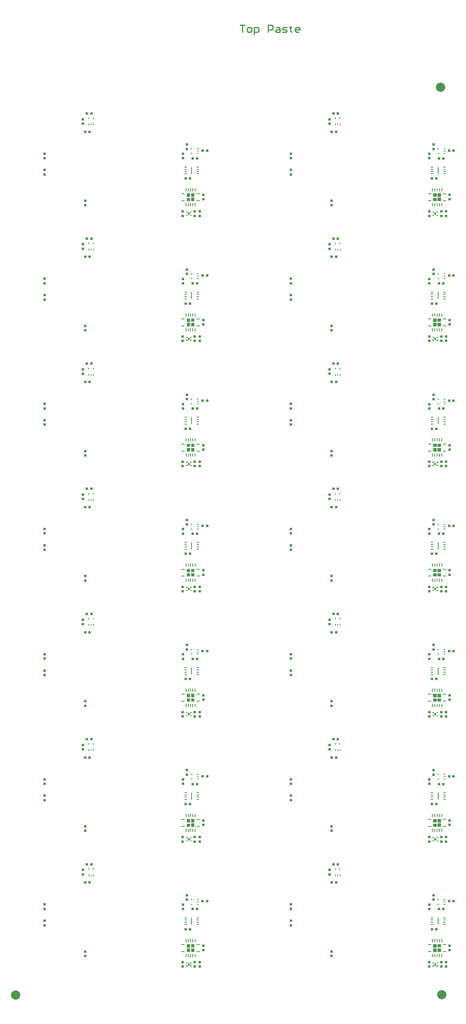
<source format=gtp>
G04 Layer_Color=8421504*
%FSLAX24Y24*%
%MOIN*%
G70*
G01*
G75*
G04:AMPARAMS|DCode=11|XSize=78.7mil|YSize=78.7mil|CornerRadius=39.4mil|HoleSize=0mil|Usage=FLASHONLY|Rotation=90.000|XOffset=0mil|YOffset=0mil|HoleType=Round|Shape=RoundedRectangle|*
%AMROUNDEDRECTD11*
21,1,0.0787,0.0000,0,0,90.0*
21,1,0.0000,0.0787,0,0,90.0*
1,1,0.0787,0.0000,0.0000*
1,1,0.0787,0.0000,0.0000*
1,1,0.0787,0.0000,0.0000*
1,1,0.0787,0.0000,0.0000*
%
%ADD11ROUNDEDRECTD11*%
%ADD12C,0.0100*%
%ADD42P,0.0261X4X180.0*%
%ADD43O,0.0295X0.0090*%
%ADD44O,0.0090X0.0295*%
%ADD45R,0.0197X0.0078*%
%ADD46R,0.0059X0.0610*%
G04:AMPARAMS|DCode=47|XSize=20mil|YSize=22mil|CornerRadius=3.4mil|HoleSize=0mil|Usage=FLASHONLY|Rotation=90.000|XOffset=0mil|YOffset=0mil|HoleType=Round|Shape=RoundedRectangle|*
%AMROUNDEDRECTD47*
21,1,0.0200,0.0152,0,0,90.0*
21,1,0.0132,0.0220,0,0,90.0*
1,1,0.0068,0.0076,0.0066*
1,1,0.0068,0.0076,-0.0066*
1,1,0.0068,-0.0076,-0.0066*
1,1,0.0068,-0.0076,0.0066*
%
%ADD47ROUNDEDRECTD47*%
%ADD48R,0.0098X0.0157*%
G04:AMPARAMS|DCode=49|XSize=20mil|YSize=22mil|CornerRadius=3.4mil|HoleSize=0mil|Usage=FLASHONLY|Rotation=180.000|XOffset=0mil|YOffset=0mil|HoleType=Round|Shape=RoundedRectangle|*
%AMROUNDEDRECTD49*
21,1,0.0200,0.0152,0,0,180.0*
21,1,0.0132,0.0220,0,0,180.0*
1,1,0.0068,-0.0066,0.0076*
1,1,0.0068,0.0066,0.0076*
1,1,0.0068,0.0066,-0.0076*
1,1,0.0068,-0.0066,-0.0076*
%
%ADD49ROUNDEDRECTD49*%
%ADD50R,0.0157X0.0098*%
G36*
X41248Y69296D02*
X40960D01*
Y69579D01*
X41248D01*
Y69296D01*
D02*
G37*
G36*
X20228D02*
X19940D01*
Y69579D01*
X20228D01*
Y69296D01*
D02*
G37*
G36*
X40870Y69292D02*
X40586D01*
Y69579D01*
X40870D01*
Y69292D01*
D02*
G37*
G36*
X19850D02*
X19566D01*
Y69579D01*
X19850D01*
Y69292D01*
D02*
G37*
G36*
X41248Y68918D02*
X40964D01*
Y69205D01*
X41248D01*
Y68918D01*
D02*
G37*
G36*
X40874D02*
X40586D01*
Y69201D01*
X40874D01*
Y68918D01*
D02*
G37*
G36*
X20228D02*
X19944D01*
Y69205D01*
X20228D01*
Y68918D01*
D02*
G37*
G36*
X19854D02*
X19566D01*
Y69201D01*
X19854D01*
Y68918D01*
D02*
G37*
G36*
X40999Y67942D02*
X40907Y67942D01*
X40858Y67991D01*
X40858Y68024D01*
X40999D01*
Y67942D01*
D02*
G37*
G36*
X40672Y67991D02*
X40623Y67942D01*
X40531Y67942D01*
Y68024D01*
X40672D01*
X40672Y67991D01*
D02*
G37*
G36*
X19979Y67942D02*
X19887Y67942D01*
X19838Y67991D01*
X19838Y68024D01*
X19979D01*
Y67942D01*
D02*
G37*
G36*
X19652Y67991D02*
X19603Y67942D01*
X19511Y67942D01*
Y68024D01*
X19652D01*
X19652Y67991D01*
D02*
G37*
G36*
X40999Y67682D02*
X40858D01*
X40858Y67715D01*
X40907Y67764D01*
X40999Y67764D01*
Y67682D01*
D02*
G37*
G36*
X40623Y67764D02*
X40672Y67715D01*
X40672Y67682D01*
X40531D01*
Y67764D01*
X40623Y67764D01*
D02*
G37*
G36*
X19979Y67682D02*
X19838D01*
X19838Y67715D01*
X19887Y67764D01*
X19979Y67764D01*
Y67682D01*
D02*
G37*
G36*
X19603Y67764D02*
X19652Y67715D01*
X19652Y67682D01*
X19511D01*
Y67764D01*
X19603Y67764D01*
D02*
G37*
G36*
X41248Y58636D02*
X40960D01*
Y58919D01*
X41248D01*
Y58636D01*
D02*
G37*
G36*
X20228D02*
X19940D01*
Y58919D01*
X20228D01*
Y58636D01*
D02*
G37*
G36*
X40870Y58632D02*
X40586D01*
Y58919D01*
X40870D01*
Y58632D01*
D02*
G37*
G36*
X19850D02*
X19566D01*
Y58919D01*
X19850D01*
Y58632D01*
D02*
G37*
G36*
X41248Y58258D02*
X40964D01*
Y58545D01*
X41248D01*
Y58258D01*
D02*
G37*
G36*
X40874D02*
X40586D01*
Y58541D01*
X40874D01*
Y58258D01*
D02*
G37*
G36*
X20228D02*
X19944D01*
Y58545D01*
X20228D01*
Y58258D01*
D02*
G37*
G36*
X19854D02*
X19566D01*
Y58541D01*
X19854D01*
Y58258D01*
D02*
G37*
G36*
X40999Y57282D02*
X40907Y57282D01*
X40858Y57331D01*
X40858Y57364D01*
X40999D01*
Y57282D01*
D02*
G37*
G36*
X40672Y57331D02*
X40623Y57282D01*
X40531Y57282D01*
Y57364D01*
X40672D01*
X40672Y57331D01*
D02*
G37*
G36*
X19979Y57282D02*
X19887Y57282D01*
X19838Y57331D01*
X19838Y57364D01*
X19979D01*
Y57282D01*
D02*
G37*
G36*
X19652Y57331D02*
X19603Y57282D01*
X19511Y57282D01*
Y57364D01*
X19652D01*
X19652Y57331D01*
D02*
G37*
G36*
X40999Y57022D02*
X40858D01*
X40858Y57055D01*
X40907Y57104D01*
X40999Y57104D01*
Y57022D01*
D02*
G37*
G36*
X40623Y57104D02*
X40672Y57055D01*
X40672Y57022D01*
X40531D01*
Y57104D01*
X40623Y57104D01*
D02*
G37*
G36*
X19979Y57022D02*
X19838D01*
X19838Y57055D01*
X19887Y57104D01*
X19979Y57104D01*
Y57022D01*
D02*
G37*
G36*
X19603Y57104D02*
X19652Y57055D01*
X19652Y57022D01*
X19511D01*
Y57104D01*
X19603Y57104D01*
D02*
G37*
G36*
X41248Y47976D02*
X40960D01*
Y48259D01*
X41248D01*
Y47976D01*
D02*
G37*
G36*
X20228D02*
X19940D01*
Y48259D01*
X20228D01*
Y47976D01*
D02*
G37*
G36*
X40870Y47972D02*
X40586D01*
Y48259D01*
X40870D01*
Y47972D01*
D02*
G37*
G36*
X19850D02*
X19566D01*
Y48259D01*
X19850D01*
Y47972D01*
D02*
G37*
G36*
X41248Y47598D02*
X40964D01*
Y47885D01*
X41248D01*
Y47598D01*
D02*
G37*
G36*
X40874D02*
X40586D01*
Y47881D01*
X40874D01*
Y47598D01*
D02*
G37*
G36*
X20228D02*
X19944D01*
Y47885D01*
X20228D01*
Y47598D01*
D02*
G37*
G36*
X19854D02*
X19566D01*
Y47881D01*
X19854D01*
Y47598D01*
D02*
G37*
G36*
X40999Y46622D02*
X40907Y46622D01*
X40858Y46671D01*
X40858Y46704D01*
X40999D01*
Y46622D01*
D02*
G37*
G36*
X40672Y46671D02*
X40623Y46622D01*
X40531Y46622D01*
Y46704D01*
X40672D01*
X40672Y46671D01*
D02*
G37*
G36*
X19979Y46622D02*
X19887Y46622D01*
X19838Y46671D01*
X19838Y46704D01*
X19979D01*
Y46622D01*
D02*
G37*
G36*
X19652Y46671D02*
X19603Y46622D01*
X19511Y46622D01*
Y46704D01*
X19652D01*
X19652Y46671D01*
D02*
G37*
G36*
X40999Y46362D02*
X40858D01*
X40858Y46395D01*
X40907Y46444D01*
X40999Y46444D01*
Y46362D01*
D02*
G37*
G36*
X40623Y46444D02*
X40672Y46395D01*
X40672Y46362D01*
X40531D01*
Y46444D01*
X40623Y46444D01*
D02*
G37*
G36*
X19979Y46362D02*
X19838D01*
X19838Y46395D01*
X19887Y46444D01*
X19979Y46444D01*
Y46362D01*
D02*
G37*
G36*
X19603Y46444D02*
X19652Y46395D01*
X19652Y46362D01*
X19511D01*
Y46444D01*
X19603Y46444D01*
D02*
G37*
G36*
X41248Y37316D02*
X40960D01*
Y37599D01*
X41248D01*
Y37316D01*
D02*
G37*
G36*
X20228D02*
X19940D01*
Y37599D01*
X20228D01*
Y37316D01*
D02*
G37*
G36*
X40870Y37312D02*
X40586D01*
Y37599D01*
X40870D01*
Y37312D01*
D02*
G37*
G36*
X19850D02*
X19566D01*
Y37599D01*
X19850D01*
Y37312D01*
D02*
G37*
G36*
X41248Y36938D02*
X40964D01*
Y37225D01*
X41248D01*
Y36938D01*
D02*
G37*
G36*
X40874D02*
X40586D01*
Y37221D01*
X40874D01*
Y36938D01*
D02*
G37*
G36*
X20228D02*
X19944D01*
Y37225D01*
X20228D01*
Y36938D01*
D02*
G37*
G36*
X19854D02*
X19566D01*
Y37221D01*
X19854D01*
Y36938D01*
D02*
G37*
G36*
X40999Y35962D02*
X40907Y35962D01*
X40858Y36011D01*
X40858Y36044D01*
X40999D01*
Y35962D01*
D02*
G37*
G36*
X40672Y36011D02*
X40623Y35962D01*
X40531Y35962D01*
Y36044D01*
X40672D01*
X40672Y36011D01*
D02*
G37*
G36*
X19979Y35962D02*
X19887Y35962D01*
X19838Y36011D01*
X19838Y36044D01*
X19979D01*
Y35962D01*
D02*
G37*
G36*
X19652Y36011D02*
X19603Y35962D01*
X19511Y35962D01*
Y36044D01*
X19652D01*
X19652Y36011D01*
D02*
G37*
G36*
X40999Y35702D02*
X40858D01*
X40858Y35735D01*
X40907Y35784D01*
X40999Y35784D01*
Y35702D01*
D02*
G37*
G36*
X40623Y35784D02*
X40672Y35735D01*
X40672Y35702D01*
X40531D01*
Y35784D01*
X40623Y35784D01*
D02*
G37*
G36*
X19979Y35702D02*
X19838D01*
X19838Y35735D01*
X19887Y35784D01*
X19979Y35784D01*
Y35702D01*
D02*
G37*
G36*
X19603Y35784D02*
X19652Y35735D01*
X19652Y35702D01*
X19511D01*
Y35784D01*
X19603Y35784D01*
D02*
G37*
G36*
X41248Y26656D02*
X40960D01*
Y26939D01*
X41248D01*
Y26656D01*
D02*
G37*
G36*
X20228D02*
X19940D01*
Y26939D01*
X20228D01*
Y26656D01*
D02*
G37*
G36*
X40870Y26652D02*
X40586D01*
Y26939D01*
X40870D01*
Y26652D01*
D02*
G37*
G36*
X19850D02*
X19566D01*
Y26939D01*
X19850D01*
Y26652D01*
D02*
G37*
G36*
X41248Y26278D02*
X40964D01*
Y26565D01*
X41248D01*
Y26278D01*
D02*
G37*
G36*
X40874D02*
X40586D01*
Y26561D01*
X40874D01*
Y26278D01*
D02*
G37*
G36*
X20228D02*
X19944D01*
Y26565D01*
X20228D01*
Y26278D01*
D02*
G37*
G36*
X19854D02*
X19566D01*
Y26561D01*
X19854D01*
Y26278D01*
D02*
G37*
G36*
X40999Y25302D02*
X40907Y25302D01*
X40858Y25351D01*
X40858Y25384D01*
X40999D01*
Y25302D01*
D02*
G37*
G36*
X40672Y25351D02*
X40623Y25302D01*
X40531Y25302D01*
Y25384D01*
X40672D01*
X40672Y25351D01*
D02*
G37*
G36*
X19979Y25302D02*
X19887Y25302D01*
X19838Y25351D01*
X19838Y25384D01*
X19979D01*
Y25302D01*
D02*
G37*
G36*
X19652Y25351D02*
X19603Y25302D01*
X19511Y25302D01*
Y25384D01*
X19652D01*
X19652Y25351D01*
D02*
G37*
G36*
X40999Y25042D02*
X40858D01*
X40858Y25075D01*
X40907Y25124D01*
X40999Y25124D01*
Y25042D01*
D02*
G37*
G36*
X40623Y25124D02*
X40672Y25075D01*
X40672Y25042D01*
X40531D01*
Y25124D01*
X40623Y25124D01*
D02*
G37*
G36*
X19979Y25042D02*
X19838D01*
X19838Y25075D01*
X19887Y25124D01*
X19979Y25124D01*
Y25042D01*
D02*
G37*
G36*
X19603Y25124D02*
X19652Y25075D01*
X19652Y25042D01*
X19511D01*
Y25124D01*
X19603Y25124D01*
D02*
G37*
G36*
X41248Y15996D02*
X40960D01*
Y16279D01*
X41248D01*
Y15996D01*
D02*
G37*
G36*
X20228D02*
X19940D01*
Y16279D01*
X20228D01*
Y15996D01*
D02*
G37*
G36*
X40870Y15992D02*
X40586D01*
Y16279D01*
X40870D01*
Y15992D01*
D02*
G37*
G36*
X19850D02*
X19566D01*
Y16279D01*
X19850D01*
Y15992D01*
D02*
G37*
G36*
X41248Y15618D02*
X40964D01*
Y15905D01*
X41248D01*
Y15618D01*
D02*
G37*
G36*
X40874D02*
X40586D01*
Y15901D01*
X40874D01*
Y15618D01*
D02*
G37*
G36*
X20228D02*
X19944D01*
Y15905D01*
X20228D01*
Y15618D01*
D02*
G37*
G36*
X19854D02*
X19566D01*
Y15901D01*
X19854D01*
Y15618D01*
D02*
G37*
G36*
X40999Y14642D02*
X40907Y14642D01*
X40858Y14691D01*
X40858Y14724D01*
X40999D01*
Y14642D01*
D02*
G37*
G36*
X40672Y14691D02*
X40623Y14642D01*
X40531Y14642D01*
Y14724D01*
X40672D01*
X40672Y14691D01*
D02*
G37*
G36*
X19979Y14642D02*
X19887Y14642D01*
X19838Y14691D01*
X19838Y14724D01*
X19979D01*
Y14642D01*
D02*
G37*
G36*
X19652Y14691D02*
X19603Y14642D01*
X19511Y14642D01*
Y14724D01*
X19652D01*
X19652Y14691D01*
D02*
G37*
G36*
X40999Y14382D02*
X40858D01*
X40858Y14415D01*
X40907Y14464D01*
X40999Y14464D01*
Y14382D01*
D02*
G37*
G36*
X40623Y14464D02*
X40672Y14415D01*
X40672Y14382D01*
X40531D01*
Y14464D01*
X40623Y14464D01*
D02*
G37*
G36*
X19979Y14382D02*
X19838D01*
X19838Y14415D01*
X19887Y14464D01*
X19979Y14464D01*
Y14382D01*
D02*
G37*
G36*
X19603Y14464D02*
X19652Y14415D01*
X19652Y14382D01*
X19511D01*
Y14464D01*
X19603Y14464D01*
D02*
G37*
G36*
X41248Y5336D02*
X40960D01*
Y5619D01*
X41248D01*
Y5336D01*
D02*
G37*
G36*
X20228D02*
X19940D01*
Y5619D01*
X20228D01*
Y5336D01*
D02*
G37*
G36*
X40870Y5332D02*
X40586D01*
Y5619D01*
X40870D01*
Y5332D01*
D02*
G37*
G36*
X19850D02*
X19566D01*
Y5619D01*
X19850D01*
Y5332D01*
D02*
G37*
G36*
X41248Y4958D02*
X40964D01*
Y5245D01*
X41248D01*
Y4958D01*
D02*
G37*
G36*
X40874D02*
X40586D01*
Y5241D01*
X40874D01*
Y4958D01*
D02*
G37*
G36*
X20228D02*
X19944D01*
Y5245D01*
X20228D01*
Y4958D01*
D02*
G37*
G36*
X19854D02*
X19566D01*
Y5241D01*
X19854D01*
Y4958D01*
D02*
G37*
G36*
X40999Y3982D02*
X40907Y3982D01*
X40858Y4031D01*
X40858Y4064D01*
X40999D01*
Y3982D01*
D02*
G37*
G36*
X40672Y4031D02*
X40623Y3982D01*
X40531Y3982D01*
Y4064D01*
X40672D01*
X40672Y4031D01*
D02*
G37*
G36*
X19979Y3982D02*
X19887Y3982D01*
X19838Y4031D01*
X19838Y4064D01*
X19979D01*
Y3982D01*
D02*
G37*
G36*
X19652Y4031D02*
X19603Y3982D01*
X19511Y3982D01*
Y4064D01*
X19652D01*
X19652Y4031D01*
D02*
G37*
G36*
X40999Y3722D02*
X40858D01*
X40858Y3755D01*
X40907Y3804D01*
X40999Y3804D01*
Y3722D01*
D02*
G37*
G36*
X40623Y3804D02*
X40672Y3755D01*
X40672Y3722D01*
X40531D01*
Y3804D01*
X40623Y3804D01*
D02*
G37*
G36*
X19979Y3722D02*
X19838D01*
X19838Y3755D01*
X19887Y3804D01*
X19979Y3804D01*
Y3722D01*
D02*
G37*
G36*
X19603Y3804D02*
X19652Y3755D01*
X19652Y3722D01*
X19511D01*
Y3804D01*
X19603Y3804D01*
D02*
G37*
G54D11*
X4989Y1289D02*
D03*
X41328Y1328D02*
D03*
X41228Y78627D02*
D03*
G54D12*
X24127Y83925D02*
X24527D01*
X24327D01*
Y83325D01*
X24827D02*
X25026D01*
X25126Y83425D01*
Y83625D01*
X25026Y83725D01*
X24827D01*
X24727Y83625D01*
Y83425D01*
X24827Y83325D01*
X25326Y83125D02*
Y83725D01*
X25626D01*
X25726Y83625D01*
Y83425D01*
X25626Y83325D01*
X25326D01*
X26526D02*
Y83925D01*
X26826D01*
X26926Y83825D01*
Y83625D01*
X26826Y83525D01*
X26526D01*
X27226Y83725D02*
X27426D01*
X27526Y83625D01*
Y83325D01*
X27226D01*
X27126Y83425D01*
X27226Y83525D01*
X27526D01*
X27726Y83325D02*
X28026D01*
X28125Y83425D01*
X28026Y83525D01*
X27826D01*
X27726Y83625D01*
X27826Y83725D01*
X28125D01*
X28425Y83825D02*
Y83725D01*
X28325D01*
X28525D01*
X28425D01*
Y83425D01*
X28525Y83325D01*
X29125D02*
X28925D01*
X28825Y83425D01*
Y83625D01*
X28925Y83725D01*
X29125D01*
X29225Y83625D01*
Y83525D01*
X28825D01*
G54D42*
X40765Y3893D02*
D03*
Y14553D02*
D03*
Y25213D02*
D03*
Y35873D02*
D03*
Y46533D02*
D03*
Y57193D02*
D03*
Y67853D02*
D03*
X19745Y3893D02*
D03*
Y14553D02*
D03*
Y25213D02*
D03*
Y35873D02*
D03*
Y46533D02*
D03*
Y57193D02*
D03*
Y67853D02*
D03*
G54D43*
X41559Y5584D02*
D03*
Y4993D02*
D03*
X40275D02*
D03*
Y5584D02*
D03*
X41559Y16244D02*
D03*
Y15653D02*
D03*
X40275D02*
D03*
Y16244D02*
D03*
X41559Y26904D02*
D03*
Y26313D02*
D03*
X40275D02*
D03*
Y26904D02*
D03*
X41559Y37564D02*
D03*
Y36973D02*
D03*
X40275D02*
D03*
Y37564D02*
D03*
X41559Y48224D02*
D03*
Y47633D02*
D03*
X40275D02*
D03*
Y48224D02*
D03*
X41559Y58884D02*
D03*
Y58293D02*
D03*
X40275D02*
D03*
Y58884D02*
D03*
X41559Y69544D02*
D03*
Y68953D02*
D03*
X40275D02*
D03*
Y69544D02*
D03*
X20539Y5584D02*
D03*
Y4993D02*
D03*
X19255D02*
D03*
Y5584D02*
D03*
X20539Y16244D02*
D03*
Y15653D02*
D03*
X19255D02*
D03*
Y16244D02*
D03*
X20539Y26904D02*
D03*
Y26313D02*
D03*
X19255D02*
D03*
Y26904D02*
D03*
X20539Y37564D02*
D03*
Y36973D02*
D03*
X19255D02*
D03*
Y37564D02*
D03*
X20539Y48224D02*
D03*
Y47633D02*
D03*
X19255D02*
D03*
Y48224D02*
D03*
X20539Y58884D02*
D03*
Y58293D02*
D03*
X19255D02*
D03*
Y58884D02*
D03*
X20539Y69544D02*
D03*
Y68953D02*
D03*
X19255D02*
D03*
Y69544D02*
D03*
G54D44*
X41311Y4646D02*
D03*
X41114D02*
D03*
X40917D02*
D03*
X40720D02*
D03*
X40523D02*
D03*
Y5930D02*
D03*
X40720D02*
D03*
X40917D02*
D03*
X41114D02*
D03*
X41311D02*
D03*
Y15306D02*
D03*
X41114D02*
D03*
X40917D02*
D03*
X40720D02*
D03*
X40523D02*
D03*
Y16590D02*
D03*
X40720D02*
D03*
X40917D02*
D03*
X41114D02*
D03*
X41311D02*
D03*
Y25966D02*
D03*
X41114D02*
D03*
X40917D02*
D03*
X40720D02*
D03*
X40523D02*
D03*
Y27250D02*
D03*
X40720D02*
D03*
X40917D02*
D03*
X41114D02*
D03*
X41311D02*
D03*
Y36626D02*
D03*
X41114D02*
D03*
X40917D02*
D03*
X40720D02*
D03*
X40523D02*
D03*
Y37910D02*
D03*
X40720D02*
D03*
X40917D02*
D03*
X41114D02*
D03*
X41311D02*
D03*
Y47286D02*
D03*
X41114D02*
D03*
X40917D02*
D03*
X40720D02*
D03*
X40523D02*
D03*
Y48570D02*
D03*
X40720D02*
D03*
X40917D02*
D03*
X41114D02*
D03*
X41311D02*
D03*
Y57946D02*
D03*
X41114D02*
D03*
X40917D02*
D03*
X40720D02*
D03*
X40523D02*
D03*
Y59230D02*
D03*
X40720D02*
D03*
X40917D02*
D03*
X41114D02*
D03*
X41311D02*
D03*
Y68606D02*
D03*
X41114D02*
D03*
X40917D02*
D03*
X40720D02*
D03*
X40523D02*
D03*
Y69890D02*
D03*
X40720D02*
D03*
X40917D02*
D03*
X41114D02*
D03*
X41311D02*
D03*
X20291Y4646D02*
D03*
X20094D02*
D03*
X19897D02*
D03*
X19700D02*
D03*
X19503D02*
D03*
Y5930D02*
D03*
X19700D02*
D03*
X19897D02*
D03*
X20094D02*
D03*
X20291D02*
D03*
Y15306D02*
D03*
X20094D02*
D03*
X19897D02*
D03*
X19700D02*
D03*
X19503D02*
D03*
Y16590D02*
D03*
X19700D02*
D03*
X19897D02*
D03*
X20094D02*
D03*
X20291D02*
D03*
Y25966D02*
D03*
X20094D02*
D03*
X19897D02*
D03*
X19700D02*
D03*
X19503D02*
D03*
Y27250D02*
D03*
X19700D02*
D03*
X19897D02*
D03*
X20094D02*
D03*
X20291D02*
D03*
Y36626D02*
D03*
X20094D02*
D03*
X19897D02*
D03*
X19700D02*
D03*
X19503D02*
D03*
Y37910D02*
D03*
X19700D02*
D03*
X19897D02*
D03*
X20094D02*
D03*
X20291D02*
D03*
Y47286D02*
D03*
X20094D02*
D03*
X19897D02*
D03*
X19700D02*
D03*
X19503D02*
D03*
Y48570D02*
D03*
X19700D02*
D03*
X19897D02*
D03*
X20094D02*
D03*
X20291D02*
D03*
Y57946D02*
D03*
X20094D02*
D03*
X19897D02*
D03*
X19700D02*
D03*
X19503D02*
D03*
Y59230D02*
D03*
X19700D02*
D03*
X19897D02*
D03*
X20094D02*
D03*
X20291D02*
D03*
Y68606D02*
D03*
X20094D02*
D03*
X19897D02*
D03*
X19700D02*
D03*
X19503D02*
D03*
Y69890D02*
D03*
X19700D02*
D03*
X19897D02*
D03*
X20094D02*
D03*
X20291D02*
D03*
G54D45*
X41535Y7278D02*
D03*
Y7475D02*
D03*
Y7671D02*
D03*
Y7868D02*
D03*
X40495Y7278D02*
D03*
Y7475D02*
D03*
Y7671D02*
D03*
Y7868D02*
D03*
X41535Y17938D02*
D03*
Y18135D02*
D03*
Y18331D02*
D03*
Y18528D02*
D03*
X40495Y17938D02*
D03*
Y18135D02*
D03*
Y18331D02*
D03*
Y18528D02*
D03*
X41535Y28598D02*
D03*
Y28795D02*
D03*
Y28991D02*
D03*
Y29188D02*
D03*
X40495Y28598D02*
D03*
Y28795D02*
D03*
Y28991D02*
D03*
Y29188D02*
D03*
X41535Y39258D02*
D03*
Y39455D02*
D03*
Y39651D02*
D03*
Y39848D02*
D03*
X40495Y39258D02*
D03*
Y39455D02*
D03*
Y39651D02*
D03*
Y39848D02*
D03*
X41535Y49918D02*
D03*
Y50115D02*
D03*
Y50311D02*
D03*
Y50508D02*
D03*
X40495Y49918D02*
D03*
Y50115D02*
D03*
Y50311D02*
D03*
Y50508D02*
D03*
X41535Y60578D02*
D03*
Y60775D02*
D03*
Y60971D02*
D03*
Y61168D02*
D03*
X40495Y60578D02*
D03*
Y60775D02*
D03*
Y60971D02*
D03*
Y61168D02*
D03*
X41535Y71238D02*
D03*
Y71435D02*
D03*
Y71631D02*
D03*
Y71828D02*
D03*
X40495Y71238D02*
D03*
Y71435D02*
D03*
Y71631D02*
D03*
Y71828D02*
D03*
X20515Y7278D02*
D03*
Y7475D02*
D03*
Y7671D02*
D03*
Y7868D02*
D03*
X19475Y7278D02*
D03*
Y7475D02*
D03*
Y7671D02*
D03*
Y7868D02*
D03*
X20515Y17938D02*
D03*
Y18135D02*
D03*
Y18331D02*
D03*
Y18528D02*
D03*
X19475Y17938D02*
D03*
Y18135D02*
D03*
Y18331D02*
D03*
Y18528D02*
D03*
X20515Y28598D02*
D03*
Y28795D02*
D03*
Y28991D02*
D03*
Y29188D02*
D03*
X19475Y28598D02*
D03*
Y28795D02*
D03*
Y28991D02*
D03*
Y29188D02*
D03*
X20515Y39258D02*
D03*
Y39455D02*
D03*
Y39651D02*
D03*
Y39848D02*
D03*
X19475Y39258D02*
D03*
Y39455D02*
D03*
Y39651D02*
D03*
Y39848D02*
D03*
X20515Y49918D02*
D03*
Y50115D02*
D03*
Y50311D02*
D03*
Y50508D02*
D03*
X19475Y49918D02*
D03*
Y50115D02*
D03*
Y50311D02*
D03*
Y50508D02*
D03*
X20515Y60578D02*
D03*
Y60775D02*
D03*
Y60971D02*
D03*
Y61168D02*
D03*
X19475Y60578D02*
D03*
Y60775D02*
D03*
Y60971D02*
D03*
Y61168D02*
D03*
X20515Y71238D02*
D03*
Y71435D02*
D03*
Y71631D02*
D03*
Y71828D02*
D03*
X19475Y71238D02*
D03*
Y71435D02*
D03*
Y71631D02*
D03*
Y71828D02*
D03*
G54D46*
X41015Y7573D02*
D03*
Y18233D02*
D03*
Y28893D02*
D03*
Y39553D02*
D03*
Y50213D02*
D03*
Y60873D02*
D03*
Y71533D02*
D03*
X19995Y7573D02*
D03*
Y18233D02*
D03*
Y28893D02*
D03*
Y39553D02*
D03*
Y50213D02*
D03*
Y60873D02*
D03*
Y71533D02*
D03*
G54D47*
X31745Y11941D02*
D03*
Y11565D02*
D03*
X41285Y3704D02*
D03*
Y4081D02*
D03*
X41695Y3704D02*
D03*
Y4081D02*
D03*
X41995Y5491D02*
D03*
Y5114D02*
D03*
X40245Y3704D02*
D03*
Y4081D02*
D03*
X40615Y9783D02*
D03*
Y9404D02*
D03*
X40255Y8993D02*
D03*
Y8614D02*
D03*
X31925Y4613D02*
D03*
Y4992D02*
D03*
X28455Y7613D02*
D03*
Y7234D02*
D03*
Y9003D02*
D03*
Y8624D02*
D03*
X31745Y22601D02*
D03*
Y22225D02*
D03*
X41285Y14365D02*
D03*
Y14741D02*
D03*
X41695Y14365D02*
D03*
Y14741D02*
D03*
X41995Y16151D02*
D03*
Y15775D02*
D03*
X40245Y14365D02*
D03*
Y14741D02*
D03*
X40615Y20443D02*
D03*
Y20064D02*
D03*
X40255Y19653D02*
D03*
Y19274D02*
D03*
X31925Y15273D02*
D03*
Y15652D02*
D03*
X28455Y18273D02*
D03*
Y17894D02*
D03*
Y19663D02*
D03*
Y19284D02*
D03*
X31745Y33261D02*
D03*
Y32885D02*
D03*
X41285Y25024D02*
D03*
Y25401D02*
D03*
X41695Y25024D02*
D03*
Y25401D02*
D03*
X41995Y26811D02*
D03*
Y26435D02*
D03*
X40245Y25024D02*
D03*
Y25401D02*
D03*
X40615Y31103D02*
D03*
Y30724D02*
D03*
X40255Y30313D02*
D03*
Y29934D02*
D03*
X31925Y25933D02*
D03*
Y26312D02*
D03*
X28455Y28933D02*
D03*
Y28554D02*
D03*
Y30323D02*
D03*
Y29944D02*
D03*
X31745Y43921D02*
D03*
Y43545D02*
D03*
X41285Y35684D02*
D03*
Y36061D02*
D03*
X41695Y35684D02*
D03*
Y36061D02*
D03*
X41995Y37471D02*
D03*
Y37095D02*
D03*
X40245Y35684D02*
D03*
Y36061D02*
D03*
X40615Y41763D02*
D03*
Y41384D02*
D03*
X40255Y40973D02*
D03*
Y40594D02*
D03*
X31925Y36593D02*
D03*
Y36972D02*
D03*
X28455Y39593D02*
D03*
Y39214D02*
D03*
Y40983D02*
D03*
Y40604D02*
D03*
X31745Y54581D02*
D03*
Y54205D02*
D03*
X41285Y46344D02*
D03*
Y46722D02*
D03*
X41695Y46344D02*
D03*
Y46722D02*
D03*
X41995Y48131D02*
D03*
Y47755D02*
D03*
X40245Y46344D02*
D03*
Y46722D02*
D03*
X40615Y52423D02*
D03*
Y52044D02*
D03*
X40255Y51633D02*
D03*
Y51254D02*
D03*
X31925Y47253D02*
D03*
Y47632D02*
D03*
X28455Y50253D02*
D03*
Y49874D02*
D03*
Y51643D02*
D03*
Y51264D02*
D03*
X31745Y65241D02*
D03*
Y64865D02*
D03*
X41285Y57004D02*
D03*
Y57382D02*
D03*
X41695Y57004D02*
D03*
Y57382D02*
D03*
X41995Y58791D02*
D03*
Y58415D02*
D03*
X40245Y57004D02*
D03*
Y57382D02*
D03*
X40615Y63083D02*
D03*
Y62704D02*
D03*
X40255Y62293D02*
D03*
Y61914D02*
D03*
X31925Y57913D02*
D03*
Y58292D02*
D03*
X28455Y60913D02*
D03*
Y60534D02*
D03*
Y62303D02*
D03*
Y61924D02*
D03*
X31745Y75901D02*
D03*
Y75525D02*
D03*
X41285Y67664D02*
D03*
Y68042D02*
D03*
X41695Y67664D02*
D03*
Y68042D02*
D03*
X41995Y69451D02*
D03*
Y69075D02*
D03*
X40245Y67664D02*
D03*
Y68042D02*
D03*
X40615Y73743D02*
D03*
Y73364D02*
D03*
X40255Y72953D02*
D03*
Y72574D02*
D03*
X31925Y68573D02*
D03*
Y68952D02*
D03*
X28455Y71573D02*
D03*
Y71194D02*
D03*
Y72963D02*
D03*
Y72584D02*
D03*
X10725Y11941D02*
D03*
Y11565D02*
D03*
X20265Y3704D02*
D03*
Y4081D02*
D03*
X20675Y3704D02*
D03*
Y4081D02*
D03*
X20975Y5491D02*
D03*
Y5114D02*
D03*
X19225Y3704D02*
D03*
Y4081D02*
D03*
X19595Y9783D02*
D03*
Y9404D02*
D03*
X19235Y8993D02*
D03*
Y8614D02*
D03*
X10905Y4613D02*
D03*
Y4992D02*
D03*
X7435Y7613D02*
D03*
Y7234D02*
D03*
Y9003D02*
D03*
Y8624D02*
D03*
X10725Y22601D02*
D03*
Y22225D02*
D03*
X20265Y14365D02*
D03*
Y14741D02*
D03*
X20675Y14365D02*
D03*
Y14741D02*
D03*
X20975Y16151D02*
D03*
Y15775D02*
D03*
X19225Y14365D02*
D03*
Y14741D02*
D03*
X19595Y20443D02*
D03*
Y20064D02*
D03*
X19235Y19653D02*
D03*
Y19274D02*
D03*
X10905Y15273D02*
D03*
Y15652D02*
D03*
X7435Y18273D02*
D03*
Y17894D02*
D03*
Y19663D02*
D03*
Y19284D02*
D03*
X10725Y33261D02*
D03*
Y32885D02*
D03*
X20265Y25024D02*
D03*
Y25401D02*
D03*
X20675Y25024D02*
D03*
Y25401D02*
D03*
X20975Y26811D02*
D03*
Y26435D02*
D03*
X19225Y25024D02*
D03*
Y25401D02*
D03*
X19595Y31103D02*
D03*
Y30724D02*
D03*
X19235Y30313D02*
D03*
Y29934D02*
D03*
X10905Y25933D02*
D03*
Y26312D02*
D03*
X7435Y28933D02*
D03*
Y28554D02*
D03*
Y30323D02*
D03*
Y29944D02*
D03*
X10725Y43921D02*
D03*
Y43545D02*
D03*
X20265Y35684D02*
D03*
Y36061D02*
D03*
X20675Y35684D02*
D03*
Y36061D02*
D03*
X20975Y37471D02*
D03*
Y37095D02*
D03*
X19225Y35684D02*
D03*
Y36061D02*
D03*
X19595Y41763D02*
D03*
Y41384D02*
D03*
X19235Y40973D02*
D03*
Y40594D02*
D03*
X10905Y36593D02*
D03*
Y36972D02*
D03*
X7435Y39593D02*
D03*
Y39214D02*
D03*
Y40983D02*
D03*
Y40604D02*
D03*
X10725Y54581D02*
D03*
Y54205D02*
D03*
X20265Y46344D02*
D03*
Y46722D02*
D03*
X20675Y46344D02*
D03*
Y46722D02*
D03*
X20975Y48131D02*
D03*
Y47755D02*
D03*
X19225Y46344D02*
D03*
Y46722D02*
D03*
X19595Y52423D02*
D03*
Y52044D02*
D03*
X19235Y51633D02*
D03*
Y51254D02*
D03*
X10905Y47253D02*
D03*
Y47632D02*
D03*
X7435Y50253D02*
D03*
Y49874D02*
D03*
Y51643D02*
D03*
Y51264D02*
D03*
X10725Y65241D02*
D03*
Y64865D02*
D03*
X20265Y57004D02*
D03*
Y57382D02*
D03*
X20675Y57004D02*
D03*
Y57382D02*
D03*
X20975Y58791D02*
D03*
Y58415D02*
D03*
X19225Y57004D02*
D03*
Y57382D02*
D03*
X19595Y63083D02*
D03*
Y62704D02*
D03*
X19235Y62293D02*
D03*
Y61914D02*
D03*
X10905Y57913D02*
D03*
Y58292D02*
D03*
X7435Y60913D02*
D03*
Y60534D02*
D03*
Y62303D02*
D03*
Y61924D02*
D03*
X10725Y75901D02*
D03*
Y75525D02*
D03*
X20265Y67664D02*
D03*
Y68042D02*
D03*
X20675Y67664D02*
D03*
Y68042D02*
D03*
X20975Y69451D02*
D03*
Y69075D02*
D03*
X19225Y67664D02*
D03*
Y68042D02*
D03*
X19595Y73743D02*
D03*
Y73364D02*
D03*
X19235Y72953D02*
D03*
Y72574D02*
D03*
X10905Y68573D02*
D03*
Y68952D02*
D03*
X7435Y71573D02*
D03*
Y71194D02*
D03*
Y72963D02*
D03*
Y72584D02*
D03*
G54D48*
X32238Y12019D02*
D03*
X32632D02*
D03*
X32633Y11487D02*
D03*
X32435D02*
D03*
X32237D02*
D03*
X32238Y22679D02*
D03*
X32632D02*
D03*
X32633Y22147D02*
D03*
X32435D02*
D03*
X32237D02*
D03*
X32238Y33339D02*
D03*
X32632D02*
D03*
X32633Y32807D02*
D03*
X32435D02*
D03*
X32237D02*
D03*
X32238Y43999D02*
D03*
X32632D02*
D03*
X32633Y43467D02*
D03*
X32435D02*
D03*
X32237D02*
D03*
X32238Y54659D02*
D03*
X32632D02*
D03*
X32633Y54127D02*
D03*
X32435D02*
D03*
X32237D02*
D03*
X32238Y65319D02*
D03*
X32632D02*
D03*
X32633Y64787D02*
D03*
X32435D02*
D03*
X32237D02*
D03*
X32238Y75979D02*
D03*
X32632D02*
D03*
X32633Y75447D02*
D03*
X32435D02*
D03*
X32237D02*
D03*
X11218Y12019D02*
D03*
X11612D02*
D03*
X11613Y11487D02*
D03*
X11415D02*
D03*
X11217D02*
D03*
X11218Y22679D02*
D03*
X11612D02*
D03*
X11613Y22147D02*
D03*
X11415D02*
D03*
X11217D02*
D03*
X11218Y33339D02*
D03*
X11612D02*
D03*
X11613Y32807D02*
D03*
X11415D02*
D03*
X11217D02*
D03*
X11218Y43999D02*
D03*
X11612D02*
D03*
X11613Y43467D02*
D03*
X11415D02*
D03*
X11217D02*
D03*
X11218Y54659D02*
D03*
X11612D02*
D03*
X11613Y54127D02*
D03*
X11415D02*
D03*
X11217D02*
D03*
X11218Y65319D02*
D03*
X11612D02*
D03*
X11613Y64787D02*
D03*
X11415D02*
D03*
X11217D02*
D03*
X11218Y75979D02*
D03*
X11612D02*
D03*
X11613Y75447D02*
D03*
X11415D02*
D03*
X11217D02*
D03*
G54D49*
X42324Y9273D02*
D03*
X41945D02*
D03*
X32305Y10873D02*
D03*
X31926D02*
D03*
X32076Y12433D02*
D03*
X32455D02*
D03*
X40486Y6893D02*
D03*
X40863D02*
D03*
X41086Y8603D02*
D03*
X41463D02*
D03*
X42324Y19933D02*
D03*
X41945D02*
D03*
X32305Y21533D02*
D03*
X31926D02*
D03*
X32076Y23093D02*
D03*
X32455D02*
D03*
X40486Y17553D02*
D03*
X40863D02*
D03*
X41086Y19263D02*
D03*
X41463D02*
D03*
X42324Y30593D02*
D03*
X41945D02*
D03*
X32305Y32193D02*
D03*
X31926D02*
D03*
X32076Y33753D02*
D03*
X32455D02*
D03*
X40486Y28213D02*
D03*
X40863D02*
D03*
X41086Y29923D02*
D03*
X41463D02*
D03*
X42324Y41253D02*
D03*
X41945D02*
D03*
X32305Y42853D02*
D03*
X31926D02*
D03*
X32076Y44413D02*
D03*
X32455D02*
D03*
X40486Y38873D02*
D03*
X40863D02*
D03*
X41086Y40583D02*
D03*
X41463D02*
D03*
X42324Y51913D02*
D03*
X41945D02*
D03*
X32305Y53513D02*
D03*
X31926D02*
D03*
X32076Y55073D02*
D03*
X32455D02*
D03*
X40486Y49533D02*
D03*
X40863D02*
D03*
X41086Y51243D02*
D03*
X41463D02*
D03*
X42324Y62573D02*
D03*
X41945D02*
D03*
X32305Y64173D02*
D03*
X31926D02*
D03*
X32076Y65733D02*
D03*
X32455D02*
D03*
X40486Y60193D02*
D03*
X40863D02*
D03*
X41086Y61903D02*
D03*
X41463D02*
D03*
X42324Y73233D02*
D03*
X41945D02*
D03*
X32305Y74833D02*
D03*
X31926D02*
D03*
X32076Y76393D02*
D03*
X32455D02*
D03*
X40486Y70853D02*
D03*
X40863D02*
D03*
X41086Y72563D02*
D03*
X41463D02*
D03*
X21304Y9273D02*
D03*
X20925D02*
D03*
X11285Y10873D02*
D03*
X10906D02*
D03*
X11056Y12433D02*
D03*
X11435D02*
D03*
X19466Y6893D02*
D03*
X19843D02*
D03*
X20066Y8603D02*
D03*
X20443D02*
D03*
X21304Y19933D02*
D03*
X20925D02*
D03*
X11285Y21533D02*
D03*
X10906D02*
D03*
X11056Y23093D02*
D03*
X11435D02*
D03*
X19466Y17553D02*
D03*
X19843D02*
D03*
X20066Y19263D02*
D03*
X20443D02*
D03*
X21304Y30593D02*
D03*
X20925D02*
D03*
X11285Y32193D02*
D03*
X10906D02*
D03*
X11056Y33753D02*
D03*
X11435D02*
D03*
X19466Y28213D02*
D03*
X19843D02*
D03*
X20066Y29923D02*
D03*
X20443D02*
D03*
X21304Y41253D02*
D03*
X20925D02*
D03*
X11285Y42853D02*
D03*
X10906D02*
D03*
X11056Y44413D02*
D03*
X11435D02*
D03*
X19466Y38873D02*
D03*
X19843D02*
D03*
X20066Y40583D02*
D03*
X20443D02*
D03*
X21304Y51913D02*
D03*
X20925D02*
D03*
X11285Y53513D02*
D03*
X10906D02*
D03*
X11056Y55073D02*
D03*
X11435D02*
D03*
X19466Y49533D02*
D03*
X19843D02*
D03*
X20066Y51243D02*
D03*
X20443D02*
D03*
X21304Y62573D02*
D03*
X20925D02*
D03*
X11285Y64173D02*
D03*
X10906D02*
D03*
X11056Y65733D02*
D03*
X11435D02*
D03*
X19466Y60193D02*
D03*
X19843D02*
D03*
X20066Y61903D02*
D03*
X20443D02*
D03*
X21304Y73233D02*
D03*
X20925D02*
D03*
X11285Y74833D02*
D03*
X10906D02*
D03*
X11056Y76393D02*
D03*
X11435D02*
D03*
X19466Y70853D02*
D03*
X19843D02*
D03*
X20066Y72563D02*
D03*
X20443D02*
D03*
G54D50*
X41541Y9015D02*
D03*
Y9213D02*
D03*
Y9411D02*
D03*
X41009Y9410D02*
D03*
Y9016D02*
D03*
X41541Y19675D02*
D03*
Y19873D02*
D03*
Y20071D02*
D03*
X41009Y20070D02*
D03*
Y19676D02*
D03*
X41541Y30335D02*
D03*
Y30533D02*
D03*
Y30731D02*
D03*
X41009Y30730D02*
D03*
Y30336D02*
D03*
X41541Y40995D02*
D03*
Y41193D02*
D03*
Y41391D02*
D03*
X41009Y41390D02*
D03*
Y40996D02*
D03*
X41541Y51655D02*
D03*
Y51853D02*
D03*
Y52051D02*
D03*
X41009Y52050D02*
D03*
Y51656D02*
D03*
X41541Y62315D02*
D03*
Y62513D02*
D03*
Y62711D02*
D03*
X41009Y62710D02*
D03*
Y62316D02*
D03*
X41541Y72975D02*
D03*
Y73173D02*
D03*
Y73371D02*
D03*
X41009Y73370D02*
D03*
Y72976D02*
D03*
X20521Y9015D02*
D03*
Y9213D02*
D03*
Y9411D02*
D03*
X19989Y9410D02*
D03*
Y9016D02*
D03*
X20521Y19675D02*
D03*
Y19873D02*
D03*
Y20071D02*
D03*
X19989Y20070D02*
D03*
Y19676D02*
D03*
X20521Y30335D02*
D03*
Y30533D02*
D03*
Y30731D02*
D03*
X19989Y30730D02*
D03*
Y30336D02*
D03*
X20521Y40995D02*
D03*
Y41193D02*
D03*
Y41391D02*
D03*
X19989Y41390D02*
D03*
Y40996D02*
D03*
X20521Y51655D02*
D03*
Y51853D02*
D03*
Y52051D02*
D03*
X19989Y52050D02*
D03*
Y51656D02*
D03*
X20521Y62315D02*
D03*
Y62513D02*
D03*
Y62711D02*
D03*
X19989Y62710D02*
D03*
Y62316D02*
D03*
X20521Y72975D02*
D03*
Y73173D02*
D03*
Y73371D02*
D03*
X19989Y73370D02*
D03*
Y72976D02*
D03*
M02*

</source>
